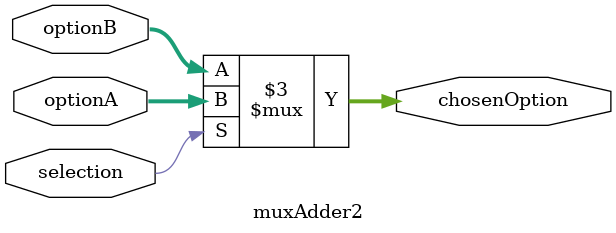
<source format=v>
`timescale 1ns / 1ps

module muxAdder2
    (
    input [31:0] optionA, optionB,
    input selection,

    output reg [31:0] chosenOption
    );
    
    always@(*)
        begin
        if(selection)
            begin
            chosenOption = optionA;
            end
        else
            begin
            chosenOption = optionB;
            end
        end
endmodule

</source>
